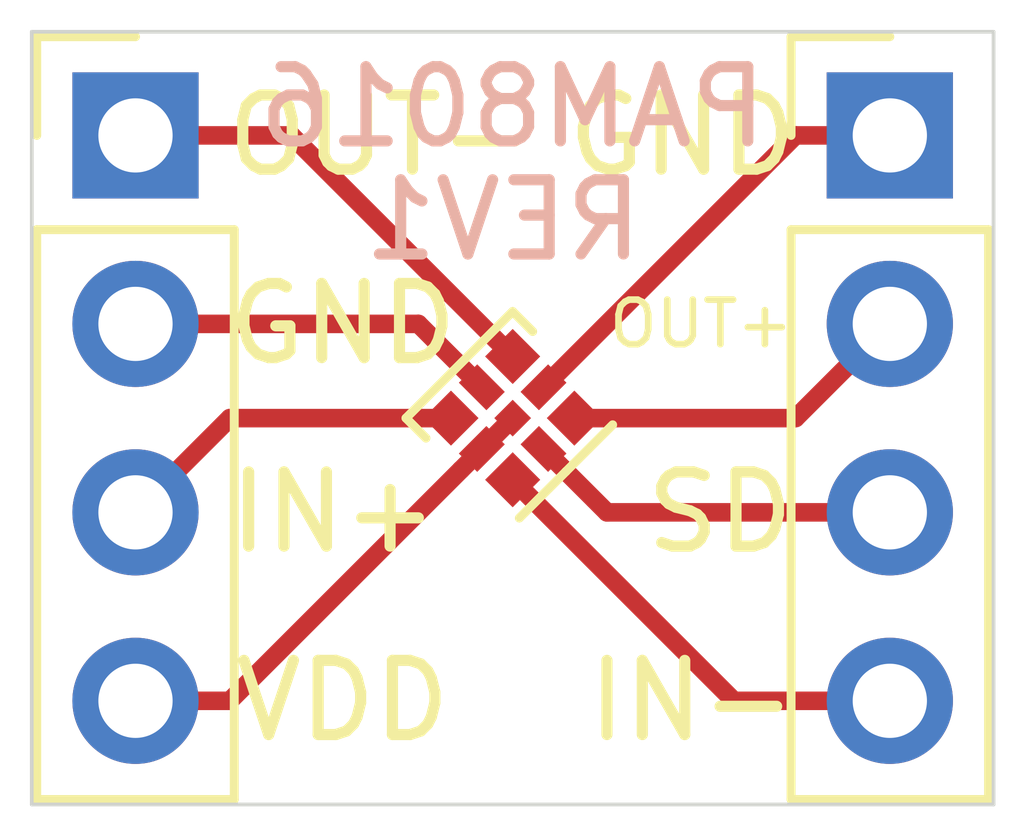
<source format=kicad_pcb>
(kicad_pcb (version 20171130) (host pcbnew "(5.1.6-0-10_14)")

  (general
    (thickness 1.6)
    (drawings 14)
    (tracks 17)
    (zones 0)
    (modules 3)
    (nets 9)
  )

  (page A4)
  (layers
    (0 F.Cu signal)
    (31 B.Cu signal)
    (32 B.Adhes user)
    (33 F.Adhes user)
    (34 B.Paste user)
    (35 F.Paste user)
    (36 B.SilkS user)
    (37 F.SilkS user)
    (38 B.Mask user)
    (39 F.Mask user)
    (40 Dwgs.User user)
    (41 Cmts.User user)
    (42 Eco1.User user)
    (43 Eco2.User user)
    (44 Edge.Cuts user)
    (45 Margin user)
    (46 B.CrtYd user)
    (47 F.CrtYd user)
    (48 B.Fab user)
    (49 F.Fab user)
  )

  (setup
    (last_trace_width 0.25)
    (trace_clearance 0.2)
    (zone_clearance 0.508)
    (zone_45_only no)
    (trace_min 0.2)
    (via_size 0.8)
    (via_drill 0.4)
    (via_min_size 0.4)
    (via_min_drill 0.3)
    (user_via 0.4 0.3)
    (uvia_size 0.3)
    (uvia_drill 0.1)
    (uvias_allowed no)
    (uvia_min_size 0.2)
    (uvia_min_drill 0.1)
    (edge_width 0.05)
    (segment_width 0.2)
    (pcb_text_width 0.3)
    (pcb_text_size 1.5 1.5)
    (mod_edge_width 0.12)
    (mod_text_size 1 1)
    (mod_text_width 0.15)
    (pad_size 1.524 1.524)
    (pad_drill 0.762)
    (pad_to_mask_clearance 0.05)
    (aux_axis_origin 0 0)
    (visible_elements FFFFFF7F)
    (pcbplotparams
      (layerselection 0x010fc_ffffffff)
      (usegerberextensions false)
      (usegerberattributes true)
      (usegerberadvancedattributes true)
      (creategerberjobfile true)
      (excludeedgelayer true)
      (linewidth 0.100000)
      (plotframeref false)
      (viasonmask false)
      (mode 1)
      (useauxorigin false)
      (hpglpennumber 1)
      (hpglpenspeed 20)
      (hpglpendiameter 15.000000)
      (psnegative false)
      (psa4output false)
      (plotreference true)
      (plotvalue true)
      (plotinvisibletext false)
      (padsonsilk false)
      (subtractmaskfromsilk false)
      (outputformat 1)
      (mirror false)
      (drillshape 0)
      (scaleselection 1)
      (outputdirectory "/Users/kevinlutzer/Projects/breakout-boards/gerbers/PAM8016_V1/"))
  )

  (net 0 "")
  (net 1 SD)
  (net 2 VDD)
  (net 3 IN-)
  (net 4 IN+)
  (net 5 OUT-)
  (net 6 OUT+)
  (net 7 GND1)
  (net 8 GND2)

  (net_class Default "This is the default net class."
    (clearance 0.2)
    (trace_width 0.25)
    (via_dia 0.8)
    (via_drill 0.4)
    (uvia_dia 0.3)
    (uvia_drill 0.1)
    (add_net GND1)
    (add_net GND2)
    (add_net IN+)
    (add_net IN-)
    (add_net OUT+)
    (add_net OUT-)
    (add_net SD)
    (add_net VDD)
  )

  (module Connector_PinHeader_2.54mm:PinHeader_1x04_P2.54mm_Vertical (layer F.Cu) (tedit 59FED5CC) (tstamp 5F3A5538)
    (at 132.08 43.18)
    (descr "Through hole straight pin header, 1x04, 2.54mm pitch, single row")
    (tags "Through hole pin header THT 1x04 2.54mm single row")
    (path /5F3A56A0)
    (fp_text reference J2 (at 0 -2.33) (layer F.SilkS) hide
      (effects (font (size 1 1) (thickness 0.15)))
    )
    (fp_text value Conn_01x04_Male (at 0 9.95) (layer F.Fab) hide
      (effects (font (size 1 1) (thickness 0.15)))
    )
    (fp_line (start 1.8 -1.8) (end -1.8 -1.8) (layer F.CrtYd) (width 0.05))
    (fp_line (start 1.8 9.4) (end 1.8 -1.8) (layer F.CrtYd) (width 0.05))
    (fp_line (start -1.8 9.4) (end 1.8 9.4) (layer F.CrtYd) (width 0.05))
    (fp_line (start -1.8 -1.8) (end -1.8 9.4) (layer F.CrtYd) (width 0.05))
    (fp_line (start -1.33 -1.33) (end 0 -1.33) (layer F.SilkS) (width 0.12))
    (fp_line (start -1.33 0) (end -1.33 -1.33) (layer F.SilkS) (width 0.12))
    (fp_line (start -1.33 1.27) (end 1.33 1.27) (layer F.SilkS) (width 0.12))
    (fp_line (start 1.33 1.27) (end 1.33 8.95) (layer F.SilkS) (width 0.12))
    (fp_line (start -1.33 1.27) (end -1.33 8.95) (layer F.SilkS) (width 0.12))
    (fp_line (start -1.33 8.95) (end 1.33 8.95) (layer F.SilkS) (width 0.12))
    (fp_line (start -1.27 -0.635) (end -0.635 -1.27) (layer F.Fab) (width 0.1))
    (fp_line (start -1.27 8.89) (end -1.27 -0.635) (layer F.Fab) (width 0.1))
    (fp_line (start 1.27 8.89) (end -1.27 8.89) (layer F.Fab) (width 0.1))
    (fp_line (start 1.27 -1.27) (end 1.27 8.89) (layer F.Fab) (width 0.1))
    (fp_line (start -0.635 -1.27) (end 1.27 -1.27) (layer F.Fab) (width 0.1))
    (fp_text user %R (at 0 3.81 90) (layer F.Fab) hide
      (effects (font (size 1 1) (thickness 0.15)))
    )
    (pad 4 thru_hole oval (at 0 7.62) (size 1.7 1.7) (drill 1) (layers *.Cu *.Mask)
      (net 3 IN-))
    (pad 3 thru_hole oval (at 0 5.08) (size 1.7 1.7) (drill 1) (layers *.Cu *.Mask)
      (net 1 SD))
    (pad 2 thru_hole oval (at 0 2.54) (size 1.7 1.7) (drill 1) (layers *.Cu *.Mask)
      (net 6 OUT+))
    (pad 1 thru_hole rect (at 0 0) (size 1.7 1.7) (drill 1) (layers *.Cu *.Mask)
      (net 8 GND2))
    (model ${KISYS3DMOD}/Connector_PinHeader_2.54mm.3dshapes/PinHeader_1x04_P2.54mm_Vertical.wrl
      (at (xyz 0 0 0))
      (scale (xyz 1 1 1))
      (rotate (xyz 0 0 0))
    )
  )

  (module Connector_PinHeader_2.54mm:PinHeader_1x04_P2.54mm_Vertical (layer F.Cu) (tedit 59FED5CC) (tstamp 5F3A5520)
    (at 121.92 43.18)
    (descr "Through hole straight pin header, 1x04, 2.54mm pitch, single row")
    (tags "Through hole pin header THT 1x04 2.54mm single row")
    (path /5F3A5098)
    (fp_text reference J1 (at 0 -2.33) (layer F.SilkS) hide
      (effects (font (size 1 1) (thickness 0.15)))
    )
    (fp_text value Conn_01x04_Male (at 0 9.95) (layer F.Fab) hide
      (effects (font (size 1 1) (thickness 0.15)))
    )
    (fp_line (start 1.8 -1.8) (end -1.8 -1.8) (layer F.CrtYd) (width 0.05))
    (fp_line (start 1.8 9.4) (end 1.8 -1.8) (layer F.CrtYd) (width 0.05))
    (fp_line (start -1.8 9.4) (end 1.8 9.4) (layer F.CrtYd) (width 0.05))
    (fp_line (start -1.8 -1.8) (end -1.8 9.4) (layer F.CrtYd) (width 0.05))
    (fp_line (start -1.33 -1.33) (end 0 -1.33) (layer F.SilkS) (width 0.12))
    (fp_line (start -1.33 0) (end -1.33 -1.33) (layer F.SilkS) (width 0.12))
    (fp_line (start -1.33 1.27) (end 1.33 1.27) (layer F.SilkS) (width 0.12))
    (fp_line (start 1.33 1.27) (end 1.33 8.95) (layer F.SilkS) (width 0.12))
    (fp_line (start -1.33 1.27) (end -1.33 8.95) (layer F.SilkS) (width 0.12))
    (fp_line (start -1.33 8.95) (end 1.33 8.95) (layer F.SilkS) (width 0.12))
    (fp_line (start -1.27 -0.635) (end -0.635 -1.27) (layer F.Fab) (width 0.1))
    (fp_line (start -1.27 8.89) (end -1.27 -0.635) (layer F.Fab) (width 0.1))
    (fp_line (start 1.27 8.89) (end -1.27 8.89) (layer F.Fab) (width 0.1))
    (fp_line (start 1.27 -1.27) (end 1.27 8.89) (layer F.Fab) (width 0.1))
    (fp_line (start -0.635 -1.27) (end 1.27 -1.27) (layer F.Fab) (width 0.1))
    (fp_text user %R (at 0 3.81 90) (layer F.Fab) hide
      (effects (font (size 1 1) (thickness 0.15)))
    )
    (pad 4 thru_hole oval (at 0 7.62) (size 1.7 1.7) (drill 1) (layers *.Cu *.Mask)
      (net 2 VDD))
    (pad 3 thru_hole oval (at 0 5.08) (size 1.7 1.7) (drill 1) (layers *.Cu *.Mask)
      (net 4 IN+))
    (pad 2 thru_hole oval (at 0 2.54) (size 1.7 1.7) (drill 1) (layers *.Cu *.Mask)
      (net 7 GND1))
    (pad 1 thru_hole rect (at 0 0) (size 1.7 1.7) (drill 1) (layers *.Cu *.Mask)
      (net 5 OUT-))
    (model ${KISYS3DMOD}/Connector_PinHeader_2.54mm.3dshapes/PinHeader_1x04_P2.54mm_Vertical.wrl
      (at (xyz 0 0 0))
      (scale (xyz 1 1 1))
      (rotate (xyz 0 0 0))
    )
  )

  (module Kevin-Lutzer-Kicad-Lbr:U-FLGA1515-9 (layer F.Cu) (tedit 5F39EAFE) (tstamp 5F3A5066)
    (at 127 46.99 45)
    (path /5F39EC94)
    (fp_text reference U1 (at 0 2.159 45) (layer F.SilkS) hide
      (effects (font (size 1 1) (thickness 0.15)))
    )
    (fp_text value PAM8016 (at 0 -2.032 45) (layer F.Fab) hide
      (effects (font (size 1 1) (thickness 0.15)))
    )
    (fp_line (start -1.143 1.143) (end 1.143 1.143) (layer F.CrtYd) (width 0.06))
    (fp_line (start -1.143 -1.143) (end -1.143 1.143) (layer F.CrtYd) (width 0.06))
    (fp_line (start 1.143 -1.143) (end -1.143 -1.143) (layer F.CrtYd) (width 0.06))
    (fp_line (start 1.143 1.143) (end 1.143 -1.143) (layer F.CrtYd) (width 0.06))
    (fp_line (start 0 1.016) (end -0.889 1.016) (layer F.SilkS) (width 0.12))
    (fp_line (start 0 1.016) (end 0.889 1.016) (layer F.SilkS) (width 0.12))
    (fp_line (start 1.016 -1.016) (end 1.016 -0.635) (layer F.SilkS) (width 0.12))
    (fp_line (start -1.016 -1.016) (end 1.016 -1.016) (layer F.SilkS) (width 0.12))
    (fp_line (start -1.016 -0.635) (end -1.016 -1.016) (layer F.SilkS) (width 0.12))
    (fp_line (start -0.889 -0.889) (end 0.889 -0.889) (layer F.Fab) (width 0.06))
    (fp_line (start -0.889 0.889) (end -0.889 -0.889) (layer F.Fab) (width 0.06))
    (fp_line (start 0.889 0.889) (end -0.889 0.889) (layer F.Fab) (width 0.06))
    (fp_line (start 0.889 -0.889) (end 0.889 0.889) (layer F.Fab) (width 0.06))
    (pad 8 smd rect (at 0 0.5875 135) (size 0.525 0.35) (layers F.Cu F.Paste F.Mask)
      (net 1 SD))
    (pad 2 smd rect (at 0 -0.5875 135) (size 0.525 0.35) (layers F.Cu F.Paste F.Mask)
      (net 7 GND1))
    (pad 6 smd rect (at 0.5875 0 45) (size 0.525 0.35) (layers F.Cu F.Paste F.Mask)
      (net 8 GND2))
    (pad 4 smd rect (at -0.5875 0 45) (size 0.525 0.35) (layers F.Cu F.Paste F.Mask)
      (net 2 VDD))
    (pad 5 smd rect (at 0 0 45) (size 0.35 0.35) (layers F.Cu F.Paste F.Mask)
      (net 2 VDD))
    (pad 7 smd rect (at -0.5875 0.5875 45) (size 0.525 0.525) (layers F.Cu F.Paste F.Mask)
      (net 3 IN-))
    (pad 1 smd rect (at -0.5875 -0.5875 45) (size 0.525 0.525) (layers F.Cu F.Paste F.Mask)
      (net 4 IN+))
    (pad 3 smd rect (at 0.5875 -0.5875 45) (size 0.525 0.525) (layers F.Cu F.Paste F.Mask)
      (net 5 OUT-))
    (pad 9 smd rect (at 0.5875 0.5875 45) (size 0.525 0.525) (layers F.Cu F.Paste F.Mask)
      (net 6 OUT+))
  )

  (gr_text REV1 (at 126.873 44.323) (layer B.SilkS)
    (effects (font (size 1 1) (thickness 0.15)) (justify mirror))
  )
  (gr_text PAM8016 (at 127 42.799) (layer B.SilkS)
    (effects (font (size 1 1) (thickness 0.15)) (justify mirror))
  )
  (gr_text IN- (at 129.413 50.8) (layer F.SilkS)
    (effects (font (size 1 1) (thickness 0.15)))
  )
  (gr_text SD (at 129.794 48.26) (layer F.SilkS)
    (effects (font (size 1 1) (thickness 0.15)))
  )
  (gr_text OUT+ (at 129.54 45.72) (layer F.SilkS)
    (effects (font (size 0.6 0.6) (thickness 0.09)))
  )
  (gr_text GND (at 129.286 43.18) (layer F.SilkS)
    (effects (font (size 1 1) (thickness 0.15)))
  )
  (gr_text OUT- (at 125.222 43.18) (layer F.SilkS)
    (effects (font (size 1 1) (thickness 0.15)))
  )
  (gr_text GND (at 124.714 45.72) (layer F.SilkS)
    (effects (font (size 1 1) (thickness 0.15)))
  )
  (gr_text IN+ (at 124.587 48.26) (layer F.SilkS)
    (effects (font (size 1 1) (thickness 0.15)))
  )
  (gr_text VDD (at 124.714 50.8) (layer F.SilkS)
    (effects (font (size 1 1) (thickness 0.15)))
  )
  (gr_line (start 120.523 52.197) (end 133.477 52.197) (layer Edge.Cuts) (width 0.05) (tstamp 5F3A5E6F))
  (gr_line (start 120.523 41.783) (end 120.523 52.197) (layer Edge.Cuts) (width 0.05))
  (gr_line (start 133.477 41.783) (end 120.523 41.783) (layer Edge.Cuts) (width 0.05))
  (gr_line (start 133.477 52.197) (end 133.477 41.783) (layer Edge.Cuts) (width 0.05))

  (segment (start 128.27 48.26) (end 127.415425 47.405425) (width 0.25) (layer F.Cu) (net 1))
  (segment (start 132.08 48.26) (end 128.27 48.26) (width 0.25) (layer F.Cu) (net 1))
  (segment (start 121.92 50.8) (end 123.19 50.8) (width 0.25) (layer F.Cu) (net 2))
  (segment (start 123.19 50.8) (end 126.303759 47.686241) (width 0.25) (layer F.Cu) (net 2))
  (segment (start 126.303759 47.686241) (end 127 46.99) (width 0.25) (layer F.Cu) (net 2))
  (segment (start 129.97915 50.8) (end 132.08 50.8) (width 0.25) (layer F.Cu) (net 3))
  (segment (start 127 47.82085) (end 129.97915 50.8) (width 0.25) (layer F.Cu) (net 3))
  (segment (start 123.19 46.99) (end 121.92 48.26) (width 0.25) (layer F.Cu) (net 4))
  (segment (start 126.16915 46.99) (end 123.19 46.99) (width 0.25) (layer F.Cu) (net 4))
  (segment (start 124.02085 43.18) (end 121.92 43.18) (width 0.25) (layer F.Cu) (net 5))
  (segment (start 127 46.15915) (end 124.02085 43.18) (width 0.25) (layer F.Cu) (net 5))
  (segment (start 130.81 46.99) (end 132.08 45.72) (width 0.25) (layer F.Cu) (net 6))
  (segment (start 127.83085 46.99) (end 130.81 46.99) (width 0.25) (layer F.Cu) (net 6))
  (segment (start 125.73 45.72) (end 126.584575 46.574575) (width 0.25) (layer F.Cu) (net 7))
  (segment (start 121.92 45.72) (end 125.73 45.72) (width 0.25) (layer F.Cu) (net 7))
  (segment (start 130.81 43.18) (end 127.415425 46.574575) (width 0.25) (layer F.Cu) (net 8))
  (segment (start 132.08 43.18) (end 130.81 43.18) (width 0.25) (layer F.Cu) (net 8))

)

</source>
